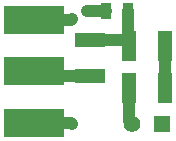
<source format=gtl>
%FSLAX34Y34*%
G04 Gerber Fmt 3.4, Leading zero omitted, Abs format*
G04 (created by PCBNEW (2014-03-19 BZR 4756)-product) date Tue Feb 10 16:32:34 2015*
%MOIN*%
G01*
G70*
G90*
G04 APERTURE LIST*
%ADD10C,0.005906*%
%ADD11R,0.050000X0.100000*%
%ADD12R,0.100000X0.050000*%
%ADD13R,0.200787X0.094488*%
%ADD14R,0.055000X0.055000*%
%ADD15C,0.055000*%
%ADD16R,0.035000X0.055000*%
%ADD17C,0.035000*%
%ADD18C,0.039370*%
G04 APERTURE END LIST*
G54D10*
G54D11*
X60100Y-41800D03*
X58900Y-41800D03*
G54D12*
X57600Y-41400D03*
X57600Y-40200D03*
G54D13*
X55750Y-41250D03*
X55750Y-39517D03*
X55750Y-42982D03*
G54D14*
X60000Y-43000D03*
G54D15*
X59000Y-43000D03*
G54D11*
X58900Y-40400D03*
X60100Y-40400D03*
G54D16*
X58125Y-39250D03*
X58875Y-39250D03*
G54D17*
X57500Y-39250D03*
X57000Y-43000D03*
X57000Y-39500D03*
G54D18*
X60100Y-41800D02*
X60100Y-40400D01*
X58900Y-41800D02*
X58900Y-42900D01*
X58900Y-42900D02*
X59000Y-43000D01*
X57600Y-41400D02*
X55900Y-41400D01*
X55900Y-41400D02*
X55750Y-41250D01*
X56500Y-41250D02*
X55750Y-41250D01*
X58900Y-40400D02*
X58900Y-40200D01*
X58900Y-40200D02*
X57600Y-40200D01*
X58875Y-39250D02*
X58875Y-40375D01*
X58875Y-40375D02*
X58900Y-40400D01*
X58125Y-39250D02*
X57500Y-39250D01*
X56982Y-42982D02*
X57000Y-43000D01*
X55750Y-42982D02*
X56982Y-42982D01*
X56982Y-39517D02*
X57000Y-39500D01*
X55750Y-39517D02*
X56982Y-39517D01*
M02*

</source>
